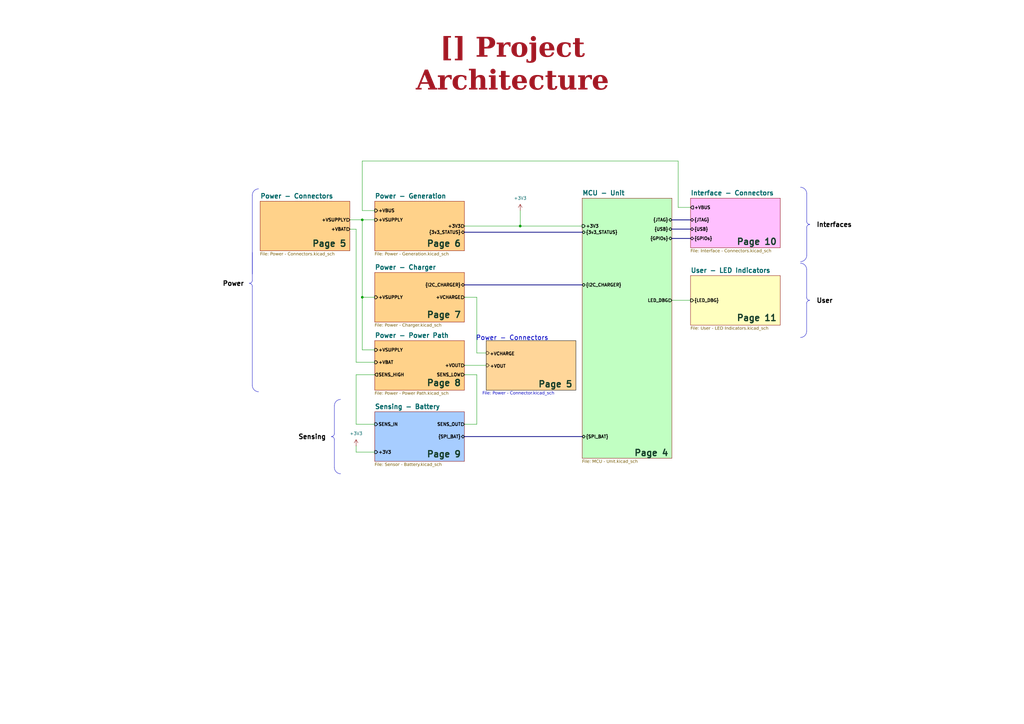
<source format=kicad_sch>
(kicad_sch (version 20231120) (generator "eeschema") (generator_version "8.0")
  (paper "A3")
  (title_block (title "Project Architecture") (date "Last Modified Date") (rev "${REVISION}") (company "${COMPANY}"))
  (lib_symbols
    (symbol "power:+3V3" (power) (pin_numbers hide) (pin_names (offset 0) hide)
      (property "Value" "+3V3" (at 0 3.556 0))
      (symbol "+3V3_0_1"
        (polyline (pts (xy -0.762 1.27) (xy 0 2.54)))
        (polyline (pts (xy 0 0) (xy 0 2.54)))
        (polyline (pts (xy 0 2.54) (xy 0.762 1.27)))
      )
      (symbol "+3V3_1_1"
        (pin power_in line (at 0 0 90) (length 0) (name "~") (number "1"))
      )
    )
  )
  (junction (at 148.59 121.92))
  (junction (at 213.36 92.71))
  (junction (at 148.59 90.17))
  (polyline (pts (xy 137.16 180.34) (xy 137.16 191.77)))
  (polyline (pts (xy 103.505 80.01) (xy 103.505 112.395)))
  (bus (pts (xy 190.5 179.07) (xy 238.76 179.07)))
  (polyline (pts (xy 199.39 145.415) (xy 200.025 145.415)) (stroke (width 0) (color 0 0 0 1)))
  (wire (pts (xy 148.59 121.92) (xy 153.67 121.92)))
  (wire (pts (xy 143.51 93.98) (xy 146.05 93.98)))
  (wire (pts (xy 146.05 148.59) (xy 153.67 148.59)))
  (wire (pts (xy 146.05 93.98) (xy 146.05 148.59)))
  (wire (pts (xy 275.59 123.19) (xy 283.21 123.19)))
  (polyline (pts (xy 330.86 90.785) (xy 330.86 79.355)))
  (bus (pts (xy 190.5 116.84) (xy 238.76 116.84)))
  (polyline (pts (xy 199.39 149.225) (xy 200.025 149.225)) (stroke (width 0) (color 0 0 0 1)))
  (polyline (pts (xy 199.39 144.145) (xy 199.39 145.415)) (stroke (width 0) (color 0 0 0 1)))
  (wire (pts (xy 148.59 90.17) (xy 148.59 121.92)))
  (wire (pts (xy 190.5 153.67) (xy 195.58 153.67)))
  (wire (pts (xy 148.59 66.04) (xy 278.13 66.04)))
  (wire (pts (xy 143.51 90.17) (xy 148.59 90.17)))
  (polyline (pts (xy 200.66 149.86) (xy 200.025 150.495)) (stroke (width 0) (color 0 0 0 1)))
  (wire (pts (xy 148.59 66.04) (xy 148.59 86.36)))
  (polyline (pts (xy 137.16 177.8) (xy 137.16 166.37)))
  (polyline (pts (xy 103.505 114.935) (xy 103.505 103.505)))
  (polyline (pts (xy 330.825 121.91) (xy 330.825 110.48)))
  (bus (pts (xy 275.59 90.17) (xy 283.21 90.17)))
  (wire (pts (xy 195.58 144.78) (xy 199.39 144.78)))
  (polyline (pts (xy 199.39 144.145) (xy 200.025 144.145)) (stroke (width 0) (color 0 0 0 1)))
  (wire (pts (xy 195.58 121.92) (xy 195.58 144.78)))
  (wire (pts (xy 146.05 173.99) (xy 153.67 173.99)))
  (wire (pts (xy 213.36 92.71) (xy 238.76 92.71)))
  (wire (pts (xy 195.58 153.67) (xy 195.58 173.99)))
  (wire (pts (xy 190.5 92.71) (xy 213.36 92.71)))
  (wire (pts (xy 278.13 66.04) (xy 278.13 85.09)))
  (polyline (pts (xy 103.505 117.475) (xy 103.505 158.115)))
  (wire (pts (xy 148.59 86.36) (xy 153.67 86.36)))
  (polyline (pts (xy 199.39 150.495) (xy 200.025 150.495)) (stroke (width 0) (color 0 0 0 1)))
  (polyline (pts (xy 199.39 149.225) (xy 199.39 150.495)) (stroke (width 0) (color 0 0 0 1)))
  (wire (pts (xy 146.05 153.67) (xy 146.05 173.99)))
  (polyline (pts (xy 200.025 149.225) (xy 200.66 149.86)) (stroke (width 0) (color 0 0 0 1)))
  (wire (pts (xy 148.59 90.17) (xy 153.67 90.17)))
  (wire (pts (xy 146.05 182.88) (xy 146.05 185.42)))
  (wire (pts (xy 146.05 153.67) (xy 153.67 153.67)))
  (bus (pts (xy 275.59 97.79) (xy 283.21 97.79)))
  (polyline (pts (xy 330.86 93.325) (xy 330.86 104.755)))
  (polyline (pts (xy 200.025 144.145) (xy 200.66 144.78)) (stroke (width 0) (color 0 0 0 1)))
  (wire (pts (xy 146.05 185.42) (xy 153.67 185.42)))
  (wire (pts (xy 148.59 121.92) (xy 148.59 143.51)))
  (bus (pts (xy 190.5 95.25) (xy 238.76 95.25)))
  (wire (pts (xy 190.5 149.86) (xy 199.39 149.86)))
  (wire (pts (xy 148.59 143.51) (xy 153.67 143.51)))
  (polyline (pts (xy 330.825 124.45) (xy 330.825 135.88)))
  (polyline (pts (xy 200.66 144.78) (xy 200.025 145.415)) (stroke (width 0) (color 0 0 0 1)))
  (wire (pts (xy 190.5 121.92) (xy 195.58 121.92)))
  (wire (pts (xy 278.13 85.09) (xy 283.21 85.09)))
  (bus (pts (xy 275.59 93.98) (xy 283.21 93.98)))
  (wire (pts (xy 213.36 86.36) (xy 213.36 92.71)))
  (wire (pts (xy 190.5 173.99) (xy 195.58 173.99)))
  (arc (start 330.825 124.45) (mid 331.1996 123.5531) (end 332.095 123.18))
  (arc (start 106.045 160.655) (mid 104.2562 159.9038) (end 103.505 158.115))
  (arc (start 330.86 93.325) (mid 331.2331 92.4267) (end 332.13 92.055))
  (arc (start 332.095 123.18) (mid 331.2031 122.8034) (end 330.825 121.91))
  (arc (start 330.86 104.755) (mid 330.1143 106.5478) (end 328.32 107.295))
  (arc (start 332.13 92.055) (mid 331.2395 91.677) (end 330.86 90.785))
  (arc (start 328.32 76.815) (mid 330.1056 77.5679) (end 330.86 79.355))
  (rectangle (start 199.39 139.7) (end 236.22 160.02) (stroke (width 0) (color 0 0 0 1)) (fill (type color) (color 255 153 0 0.4)))
  (arc (start 135.89 179.07) (mid 136.7851 179.4449) (end 137.16 180.34))
  (arc (start 137.16 166.37) (mid 137.9039 164.5739) (end 139.7 163.83))
  (arc (start 139.7 194.31) (mid 137.9098 193.5602) (end 137.16 191.77))
  (arc (start 137.16 177.8) (mid 136.7851 178.6951) (end 135.89 179.07))
  (arc (start 102.235 116.205) (mid 103.1287 116.5813) (end 103.505 117.475))
  (arc (start 330.825 135.88) (mid 330.0808 137.6743) (end 328.285 138.42))
  (arc (start 328.285 107.94) (mid 330.0721 108.6915) (end 330.825 110.48))
  (arc (start 103.505 114.935) (mid 103.1287 115.8287) (end 102.235 116.205))
  (arc (start 103.505 80.01) (mid 104.2492 78.2157) (end 106.045 77.47))
  (text_box "Interfaces" (at 333.41 89.525 0) (size 26.015 5.1) (stroke (width -0.0001)) (effects (font (size 1.905 1.905) (thickness 0.381) (bold yes)) (justify left top)))
  (text_box "[${#}] ${TITLE}" (at 144.78 20.32 0) (size 130.81 12.7) (stroke (width -0.0001)) (effects (font (size 8 8) (thickness 1.2) (bold yes))))
  (text_box "Power" (at 84.455 113.665 0) (size 17.145 5.08) (stroke (width -0.0001)) (effects (font (size 1.905 1.905) (thickness 0.381) (bold yes)) (justify right top)))
  (text_box "Sensing" (at 118.11 176.53 0) (size 17.145 5.08) (stroke (width -0.0001)) (effects (font (size 1.905 1.905) (thickness 0.381) (bold yes)) (justify right top)))
  (text_box "User" (at 333.375 120.65 0) (size 26.015 5.1) (stroke (width -0.0001)) (effects (font (size 1.905 1.905) (thickness 0.381) (bold yes)) (justify left top)))
  (text "Page 5" (at 234.95 159.258 0) (effects (font (size 2.54 2.54) (bold yes)) (justify right bottom)))
  (text "+VCHARGE" (at 205.994 145.288 0) (effects (font (size 1.27 1.27) (thickness 0.254) (bold yes))))
  (text "Page 11" (at 318.77 132.08 0) (effects (font (size 2.54 2.54) (bold yes)) (justify right bottom)))
  (text "Page 10" (at 318.77 100.838 0) (effects (font (size 2.54 2.54) (bold yes)) (justify right bottom)))
  (text "Page 8" (at 189.23 158.75 0) (effects (font (size 2.54 2.54) (bold yes)) (justify right bottom)))
  (text "Page 6" (at 189.23 101.6 0) (effects (font (size 2.54 2.54) (bold yes)) (justify right bottom)))
  (text "Page 7" (at 189.23 130.81 0) (effects (font (size 2.54 2.54) (bold yes)) (justify right bottom)))
  (text "File: Power - Connector.kicad_sch" (at 212.598 161.798 0) (effects (font (size 1.27 1.27) (thickness 0.1588))))
  (text "Page 9" (at 189.23 187.96 0) (effects (font (size 2.54 2.54) (bold yes)) (justify right bottom)))
  (text "Page 4" (at 274.32 187.452 0) (effects (font (size 2.54 2.54) (bold yes)) (justify right bottom)))
  (text "Power - Connectors" (at 210.058 138.684 0) (effects (font (size 1.905 1.905) (thickness 0.254) (bold yes))))
  (text "+VOUT" (at 204.216 150.368 0) (effects (font (size 1.27 1.27) (thickness 0.254) (bold yes))))
  (text "Page 5" (at 142.24 101.6 0) (effects (font (size 2.54 2.54) (bold yes)) (justify right bottom)))
  (symbol (lib_id "power:+3V3") (at 146.05 182.88 0) (unit 1)
    (property "Reference" "#PWR0302" (effects (hide yes)))
    (property "Value" "+3V3" (at 146.05 177.8 0))
    (property "Description" "Power symbol creates a global label with name \"+3V3\"" (effects (hide yes)))
  )
  (symbol (lib_id "power:+3V3") (at 213.36 86.36 0) (unit 1)
    (property "Reference" "#PWR0301" (effects (hide yes)))
    (property "Value" "+3V3" (at 213.36 81.28 0))
    (property "Description" "Power symbol creates a global label with name \"+3V3\"" (effects (hide yes)))
  )
  (sheet (at 153.67 139.7) (size 36.83 20.32) (stroke (width 0.1524)) (fill (color 255 180 61 0.6000))
    (property "Sheetname" "Power - Power Path" (at 153.67 138.6709 0) (effects (font (size 1.905 1.905) (bold yes)) (justify left bottom)))
    (property "Sheetfile" "Power - Power Path.kicad_sch" (at 153.67 160.6046 0) (effects (justify left top)))
    (pin "+VBAT" input (at 153.67 148.59 180) (effects (font (thickness 0.254) (bold yes))))
    (pin "+VOUT" output (at 190.5 149.86 0) (effects (font (thickness 0.254) (bold yes))))
    (pin "SENS_HIGH" output (at 153.67 153.67 180) (effects (font (thickness 0.254) (bold yes))))
    (pin "SENS_LOW" output (at 190.5 153.67 0) (effects (font (thickness 0.254) (bold yes))))
    (pin "+VSUPPLY" input (at 153.67 143.51 180) (effects (font (thickness 0.254) (bold yes))))
  )
  (sheet (at 106.68 82.55) (size 36.83 20.32) (stroke (width 0.1524)) (fill (color 255 180 61 0.6000))
    (property "Sheetname" "Power - Connectors" (at 106.68 81.5209 0) (effects (font (size 1.905 1.905) (bold yes)) (justify left bottom)))
    (property "Sheetfile" "Power - Connectors.kicad_sch" (at 106.68 103.4546 0) (effects (justify left top)))
    (pin "+VBAT" output (at 143.51 93.98 0) (effects (font (thickness 0.254) (bold yes))))
    (pin "+VSUPPLY" output (at 143.51 90.17 0) (effects (font (thickness 0.254) (bold yes))))
  )
  (sheet (at 153.67 82.55) (size 36.83 20.32) (stroke (width 0.1524)) (fill (color 255 180 61 0.6000))
    (property "Sheetname" "Power - Generation" (at 153.67 81.5209 0) (effects (font (size 1.905 1.905) (bold yes)) (justify left bottom)))
    (property "Sheetfile" "Power - Generation.kicad_sch" (at 153.67 103.4546 0) (effects (justify left top)))
    (pin "+3V3" output (at 190.5 92.71 0) (effects (font (thickness 0.254) (bold yes))))
    (pin "+VBUS" input (at 153.67 86.36 180) (effects (font (thickness 0.254) (bold yes))))
    (pin "+VSUPPLY" input (at 153.67 90.17 180) (effects (font (thickness 0.254) (bold yes))))
    (pin "{3v3_STATUS}" bidirectional (at 190.5 95.25 0) (effects (font (thickness 0.254) (bold yes))))
  )
  (sheet (at 153.67 111.76) (size 36.83 20.32) (stroke (width 0.1524)) (fill (color 255 180 61 0.6000))
    (property "Sheetname" "Power - Charger" (at 153.67 110.7309 0) (effects (font (size 1.905 1.905) (bold yes)) (justify left bottom)))
    (property "Sheetfile" "Power - Charger.kicad_sch" (at 153.67 132.6646 0) (effects (justify left top)))
    (pin "+VCHARGE" output (at 190.5 121.92 0) (effects (font (thickness 0.254) (bold yes))))
    (pin "{I2C_CHARGER}" bidirectional (at 190.5 116.84 0) (effects (font (thickness 0.254) (bold yes))))
    (pin "+VSUPPLY" input (at 153.67 121.92 180) (effects (font (thickness 0.254) (bold yes))))
  )
  (sheet (at 283.21 113.03) (size 36.83 20.32) (stroke (width 0.1524)) (fill (color 255 255 0 0.2500))
    (property "Sheetname" "User - LED Indicators" (at 283.21 112.0009 0) (effects (font (size 1.905 1.905) (bold yes)) (justify left bottom)))
    (property "Sheetfile" "User - LED Indicators.kicad_sch" (at 283.21 133.9346 0) (effects (justify left top)))
    (pin "{LED_DBG}" input (at 283.21 123.19 180) (effects (font (thickness 0.254) (bold yes))))
  )
  (sheet (at 153.67 168.91) (size 36.83 20.32) (stroke (width 0.1524)) (fill (color 109 172 255 0.6000))
    (property "Sheetname" "Sensing - Battery" (at 153.67 167.8809 0) (effects (font (size 1.905 1.905) (bold yes)) (justify left bottom)))
    (property "Sheetfile" "Sensor - Battery.kicad_sch" (at 153.67 189.8146 0) (effects (justify left top)))
    (pin "+3V3" input (at 153.67 185.42 180) (effects (font (thickness 0.254) (bold yes))))
    (pin "{SPI_BAT}" bidirectional (at 190.5 179.07 0) (effects (font (thickness 0.254) (bold yes))))
    (pin "SENS_IN" input (at 153.67 173.99 180) (effects (font (thickness 0.254) (bold yes))))
    (pin "SENS_OUT" output (at 190.5 173.99 0) (effects (font (thickness 0.254) (bold yes))))
  )
  (sheet (at 283.21 81.28) (size 36.83 20.32) (stroke (width 0.1524)) (fill (color 255 0 255 0.2500))
    (property "Sheetname" "Interface - Connectors" (at 283.21 80.2509 0) (effects (font (size 1.905 1.905) (bold yes)) (justify left bottom)))
    (property "Sheetfile" "Interface - Connectors.kicad_sch" (at 283.21 102.1846 0) (effects (justify left top)))
    (pin "{JTAG}" bidirectional (at 283.21 90.17 180) (effects (font (thickness 0.254) (bold yes))))
    (pin "{USB}" bidirectional (at 283.21 93.98 180) (effects (font (thickness 0.254) (bold yes))))
    (pin "+VBUS" output (at 283.21 85.09 180) (effects (font (thickness 0.254) (bold yes))))
    (pin "{GPIOs}" bidirectional (at 283.21 97.79 180) (effects (font (thickness 0.254) (bold yes))))
  )
  (sheet (at 238.76 81.28) (size 36.83 106.68) (stroke (width 0.1524)) (fill (color 132 255 134 0.5020))
    (property "Sheetname" "MCU - Unit" (at 238.76 80.2509 0) (effects (font (size 1.905 1.905) (bold yes)) (justify left bottom)))
    (property "Sheetfile" "MCU - Unit.kicad_sch" (at 238.76 188.5446 0) (effects (justify left top)))
    (pin "{JTAG}" bidirectional (at 275.59 90.17 0) (effects (font (thickness 0.254) (bold yes))))
    (pin "+3V3" input (at 238.76 92.71 180) (effects (font (thickness 0.254) (bold yes))))
    (pin "{SPI_BAT}" bidirectional (at 238.76 179.07 180) (effects (font (thickness 0.254) (bold yes))))
    (pin "{I2C_CHARGER}" bidirectional (at 238.76 116.84 180) (effects (font (thickness 0.254) (bold yes))))
    (pin "LED_DBG" output (at 275.59 123.19 0) (effects (font (thickness 0.254) (bold yes))))
    (pin "{USB}" bidirectional (at 275.59 93.98 0) (effects (font (thickness 0.254) (bold yes))))
    (pin "{GPIOs}" bidirectional (at 275.59 97.79 0) (effects (font (thickness 0.254) (bold yes))))
    (pin "{3v3_STATUS}" bidirectional (at 238.76 95.25 180) (effects (font (thickness 0.254) (bold yes))))
  )
)
</source>
